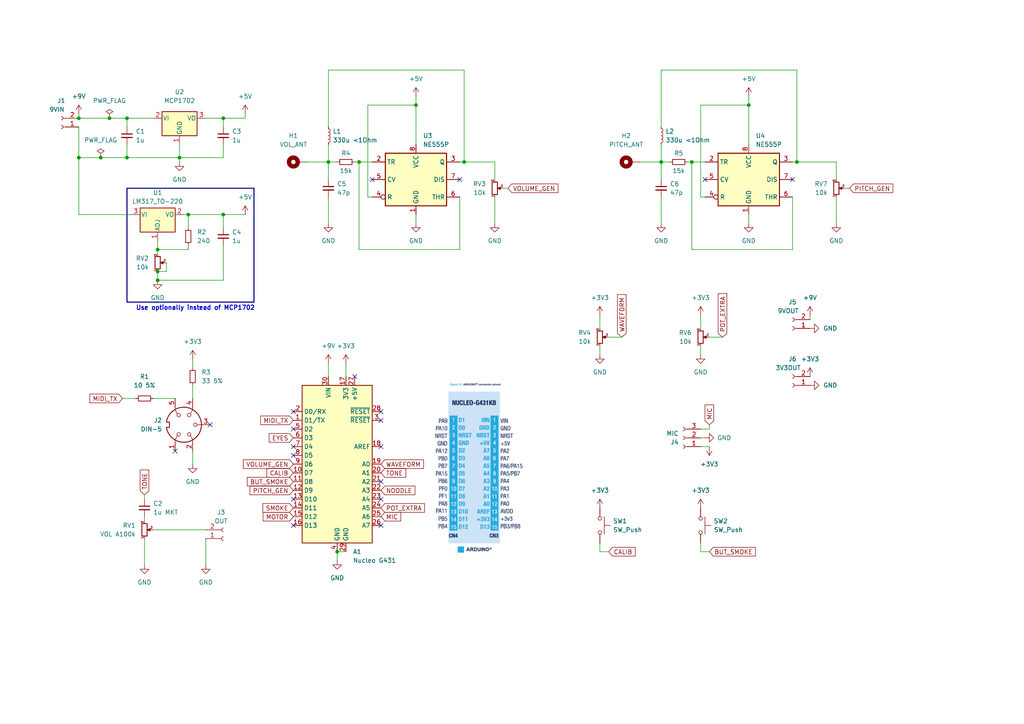
<source format=kicad_sch>
(kicad_sch (version 20211123) (generator eeschema)
  (paper "A4")
  (lib_symbols
    (symbol "Connector:Conn_01x02_Female" (pin_names (offset 1.016) hide)
      (property "Reference" "J" (at 0 2.54 0))
      (property "Value" "Conn_01x02_Female" (at 0 -5.08 0))
      (symbol "Conn_01x02_Female_1_1"
        (arc (start 0 -2.032) (mid -0.508 -2.54) (end 0 -3.048) (stroke (width 0.1524)))
        (polyline (pts (xy -1.27 -2.54) (xy -0.508 -2.54)) (stroke (width 0.1524)))
        (polyline (pts (xy -1.27 0) (xy -0.508 0)) (stroke (width 0.1524)))
        (arc (start 0 0.508) (mid -0.508 0) (end 0 -0.508) (stroke (width 0.1524)))
        (pin passive line (at -5.08 0 0) (length 3.81) (name "Pin_1") (number "1"))
        (pin passive line (at -5.08 -2.54 0) (length 3.81) (name "Pin_2") (number "2"))
      )
    )
    (symbol "Connector:Conn_01x03_Female" (pin_names (offset 1.016) hide)
      (property "Reference" "J" (at 0 5.08 0))
      (property "Value" "Conn_01x03_Female" (at 0 -5.08 0))
      (symbol "Conn_01x03_Female_1_1"
        (arc (start 0 -2.032) (mid -0.508 -2.54) (end 0 -3.048) (stroke (width 0.1524)))
        (polyline (pts (xy -1.27 -2.54) (xy -0.508 -2.54)) (stroke (width 0.1524)))
        (polyline (pts (xy -1.27 0) (xy -0.508 0)) (stroke (width 0.1524)))
        (polyline (pts (xy -1.27 2.54) (xy -0.508 2.54)) (stroke (width 0.1524)))
        (arc (start 0 0.508) (mid -0.508 0) (end 0 -0.508) (stroke (width 0.1524)))
        (arc (start 0 3.048) (mid -0.508 2.54) (end 0 2.032) (stroke (width 0.1524)))
        (pin passive line (at -5.08 2.54 0) (length 3.81) (name "Pin_1") (number "1"))
        (pin passive line (at -5.08 0 0) (length 3.81) (name "Pin_2") (number "2"))
        (pin passive line (at -5.08 -2.54 0) (length 3.81) (name "Pin_3") (number "3"))
      )
    )
    (symbol "Connector:DIN-5" (pin_names (offset 1.016))
      (property "Reference" "J" (at 3.175 5.715 0))
      (property "Value" "DIN-5" (at 0 -6.35 0))
      (symbol "DIN-5_0_1"
        (arc (start -5.08 0) (mid -3.8609 -3.3364) (end -0.762 -5.08) (stroke (width 0.254)))
        (circle (center -2.794 -1.524) (radius 0.508))
        (circle (center -2.794 1.524) (radius 0.508))
        (polyline (pts (xy 0 5.08) (xy 0 3.81)))
        (polyline (pts (xy -5.08 -2.54) (xy -4.318 -2.54) (xy -3.175 -1.905)))
        (polyline (pts (xy -5.08 2.54) (xy -4.318 2.54) (xy -3.175 1.905)))
        (polyline (pts (xy 5.08 -2.54) (xy 4.318 -2.54) (xy 3.175 -1.905)))
        (polyline (pts (xy 5.08 2.54) (xy 4.318 2.54) (xy 3.175 1.905)))
        (polyline (pts (xy -0.762 -4.953) (xy -0.762 -4.191) (xy 0.762 -4.191) (xy 0.762 -4.953)) (stroke (width 0.254)))
        (circle (center 0 3.302) (radius 0.508))
        (arc (start 0.762 -5.08) (mid 3.8685 -3.343) (end 5.08 0) (stroke (width 0.254)))
        (circle (center 2.794 -1.524) (radius 0.508))
        (circle (center 2.794 1.524) (radius 0.508))
        (arc (start 5.08 0) (mid 0 5.08) (end -5.08 0) (stroke (width 0.254)))
      )
      (symbol "DIN-5_1_1"
        (pin passive line (at -7.62 -2.54 0) (length 2.54) (name "~") (number "1"))
        (pin passive line (at -7.62 2.54 0) (length 2.54) (name "~") (number "2"))
        (pin passive line (at 0 7.62 270) (length 2.54) (name "~") (number "3"))
        (pin passive line (at 7.62 2.54 180) (length 2.54) (name "~") (number "4"))
        (pin passive line (at 7.62 -2.54 180) (length 2.54) (name "~") (number "5"))
      )
    )
    (symbol "Device:C_Small" (pin_numbers hide) (pin_names (offset 0.254) hide)
      (property "Reference" "C" (at 0.254 1.778 0))
      (property "Value" "C_Small" (at 0.254 -2.032 0))
      (symbol "C_Small_0_1"
        (polyline (pts (xy -1.524 -0.508) (xy 1.524 -0.508)) (stroke (width 0.3302)))
        (polyline (pts (xy -1.524 0.508) (xy 1.524 0.508)) (stroke (width 0.3048)))
      )
      (symbol "C_Small_1_1"
        (pin passive line (at 0 2.54 270) (length 2.032) (name "~") (number "1"))
        (pin passive line (at 0 -2.54 90) (length 2.032) (name "~") (number "2"))
      )
    )
    (symbol "Device:L_Small" (pin_numbers hide) (pin_names (offset 0.254) hide)
      (property "Reference" "L" (at 0.762 1.016 0))
      (property "Value" "L_Small" (at 0.762 -1.016 0))
      (symbol "L_Small_0_1"
        (arc (start 0 -2.032) (mid 0.508 -1.524) (end 0 -1.016))
        (arc (start 0 -1.016) (mid 0.508 -0.508) (end 0 0))
        (arc (start 0 0) (mid 0.508 0.508) (end 0 1.016))
        (arc (start 0 1.016) (mid 0.508 1.524) (end 0 2.032))
      )
      (symbol "L_Small_1_1"
        (pin passive line (at 0 2.54 270) (length 0.508) (name "~") (number "1"))
        (pin passive line (at 0 -2.54 90) (length 0.508) (name "~") (number "2"))
      )
    )
    (symbol "Device:R_Potentiometer_Small" (pin_names (offset 1.016) hide)
      (property "Reference" "RV" (at -4.445 0 90))
      (property "Value" "R_Potentiometer_Small" (at -2.54 0 90))
      (symbol "R_Potentiometer_Small_0_1"
        (polyline (pts (xy 0.889 0) (xy 0.635 0) (xy 1.651 0.381) (xy 1.651 -0.381) (xy 0.635 0) (xy 0.889 0)) (fill (type outline)))
        (rectangle (start 0.762 1.8034) (end -0.762 -1.8034) (stroke (width 0.254)))
      )
      (symbol "R_Potentiometer_Small_1_1"
        (pin passive line (at 0 2.54 270) (length 0.635) (name "1") (number "1"))
        (pin passive line (at 2.54 0 180) (length 0.9906) (name "2") (number "2"))
        (pin passive line (at 0 -2.54 90) (length 0.635) (name "3") (number "3"))
      )
    )
    (symbol "Device:R_Small" (pin_numbers hide) (pin_names (offset 0.254) hide)
      (property "Reference" "R" (at 0.762 0.508 0))
      (property "Value" "R_Small" (at 0.762 -1.016 0))
      (symbol "R_Small_0_1"
        (rectangle (start -0.762 1.778) (end 0.762 -1.778) (stroke (width 0.2032)))
      )
      (symbol "R_Small_1_1"
        (pin passive line (at 0 2.54 270) (length 0.762) (name "~") (number "1"))
        (pin passive line (at 0 -2.54 90) (length 0.762) (name "~") (number "2"))
      )
    )
    (symbol "MCU_Module:Arduino_Nano_v3.x"
      (property "Reference" "A" (at -10.16 23.495 0))
      (property "Value" "Arduino_Nano_v3.x" (at 5.08 -24.13 0))
      (symbol "Arduino_Nano_v3.x_0_1"
        (rectangle (start -10.16 22.86) (end 10.16 -22.86) (stroke (width 0.254)) (fill (type background)))
      )
      (symbol "Arduino_Nano_v3.x_1_1"
        (pin bidirectional line (at -12.7 12.7 0) (length 2.54) (name "D1/TX") (number "1"))
        (pin bidirectional line (at -12.7 -2.54 0) (length 2.54) (name "D7") (number "10"))
        (pin bidirectional line (at -12.7 -5.08 0) (length 2.54) (name "D8") (number "11"))
        (pin bidirectional line (at -12.7 -7.62 0) (length 2.54) (name "D9") (number "12"))
        (pin bidirectional line (at -12.7 -10.16 0) (length 2.54) (name "D10") (number "13"))
        (pin bidirectional line (at -12.7 -12.7 0) (length 2.54) (name "D11") (number "14"))
        (pin bidirectional line (at -12.7 -15.24 0) (length 2.54) (name "D12") (number "15"))
        (pin bidirectional line (at -12.7 -17.78 0) (length 2.54) (name "D13") (number "16"))
        (pin power_out line (at 2.54 25.4 270) (length 2.54) (name "3V3") (number "17"))
        (pin input line (at 12.7 5.08 180) (length 2.54) (name "AREF") (number "18"))
        (pin bidirectional line (at 12.7 0 180) (length 2.54) (name "A0") (number "19"))
        (pin bidirectional line (at -12.7 15.24 0) (length 2.54) (name "D0/RX") (number "2"))
        (pin bidirectional line (at 12.7 -2.54 180) (length 2.54) (name "A1") (number "20"))
        (pin bidirectional line (at 12.7 -5.08 180) (length 2.54) (name "A2") (number "21"))
        (pin bidirectional line (at 12.7 -7.62 180) (length 2.54) (name "A3") (number "22"))
        (pin bidirectional line (at 12.7 -10.16 180) (length 2.54) (name "A4") (number "23"))
        (pin bidirectional line (at 12.7 -12.7 180) (length 2.54) (name "A5") (number "24"))
        (pin bidirectional line (at 12.7 -15.24 180) (length 2.54) (name "A6") (number "25"))
        (pin bidirectional line (at 12.7 -17.78 180) (length 2.54) (name "A7") (number "26"))
        (pin power_out line (at 5.08 25.4 270) (length 2.54) (name "+5V") (number "27"))
        (pin input line (at 12.7 15.24 180) (length 2.54) (name "~{RESET}") (number "28"))
        (pin power_in line (at 2.54 -25.4 90) (length 2.54) (name "GND") (number "29"))
        (pin input line (at 12.7 12.7 180) (length 2.54) (name "~{RESET}") (number "3"))
        (pin power_in line (at -2.54 25.4 270) (length 2.54) (name "VIN") (number "30"))
        (pin power_in line (at 0 -25.4 90) (length 2.54) (name "GND") (number "4"))
        (pin bidirectional line (at -12.7 10.16 0) (length 2.54) (name "D2") (number "5"))
        (pin bidirectional line (at -12.7 7.62 0) (length 2.54) (name "D3") (number "6"))
        (pin bidirectional line (at -12.7 5.08 0) (length 2.54) (name "D4") (number "7"))
        (pin bidirectional line (at -12.7 2.54 0) (length 2.54) (name "D5") (number "8"))
        (pin bidirectional line (at -12.7 0 0) (length 2.54) (name "D6") (number "9"))
      )
    )
    (symbol "Mechanical:MountingHole_Pad" (pin_numbers hide) (pin_names (offset 1.016) hide)
      (property "Reference" "H" (at 0 6.35 0))
      (property "Value" "MountingHole_Pad" (at 0 4.445 0))
      (symbol "MountingHole_Pad_0_1"
        (circle (center 0 1.27) (radius 1.27) (stroke (width 1.27)))
      )
      (symbol "MountingHole_Pad_1_1"
        (pin input line (at 0 -2.54 90) (length 2.54) (name "1") (number "1"))
      )
    )
    (symbol "Regulator_Linear:LM317_TO-220" (pin_names (offset 0.254))
      (property "Reference" "U" (at -3.81 3.175 0))
      (property "Value" "LM317_TO-220" (at 0 3.175 0))
      (symbol "LM317_TO-220_0_1"
        (rectangle (start -5.08 1.905) (end 5.08 -5.08) (stroke (width 0.254)) (fill (type background)))
      )
      (symbol "LM317_TO-220_1_1"
        (pin input line (at 0 -7.62 90) (length 2.54) (name "ADJ") (number "1"))
        (pin power_out line (at 7.62 0 180) (length 2.54) (name "VO") (number "2"))
        (pin power_in line (at -7.62 0 0) (length 2.54) (name "VI") (number "3"))
      )
    )
    (symbol "Regulator_Linear:LM79L12_TO92" (pin_names (offset 0.254))
      (property "Reference" "U" (at -3.81 -3.175 0))
      (property "Value" "LM79L12_TO92" (at 0 -3.175 0))
      (symbol "LM79L12_TO92_0_1"
        (rectangle (start -5.08 5.08) (end 5.08 -1.905) (stroke (width 0.254)) (fill (type background)))
      )
      (symbol "LM79L12_TO92_1_1"
        (pin power_in line (at 0 7.62 270) (length 2.54) (name "GND") (number "1"))
        (pin power_in line (at -7.62 0 0) (length 2.54) (name "VI") (number "2"))
        (pin power_out line (at 7.62 0 180) (length 2.54) (name "VO") (number "3"))
      )
    )
    (symbol "Switch:SW_Push" (pin_numbers hide) (pin_names (offset 1.016) hide)
      (property "Reference" "SW" (at 1.27 2.54 0))
      (property "Value" "SW_Push" (at 0 -1.524 0))
      (symbol "SW_Push_0_1"
        (circle (center -2.032 0) (radius 0.508))
        (polyline (pts (xy 0 1.27) (xy 0 3.048)))
        (polyline (pts (xy 2.54 1.27) (xy -2.54 1.27)))
        (circle (center 2.032 0) (radius 0.508))
        (pin passive line (at -5.08 0 0) (length 2.54) (name "1") (number "1"))
        (pin passive line (at 5.08 0 180) (length 2.54) (name "2") (number "2"))
      )
    )
    (symbol "Timer:NE555P"
      (property "Reference" "U" (at -10.16 8.89 0))
      (property "Value" "NE555P" (at 2.54 8.89 0))
      (symbol "NE555P_0_0"
        (pin power_in line (at 0 -10.16 90) (length 2.54) (name "GND") (number "1"))
        (pin power_in line (at 0 10.16 270) (length 2.54) (name "VCC") (number "8"))
      )
      (symbol "NE555P_0_1"
        (rectangle (start -8.89 -7.62) (end 8.89 7.62) (stroke (width 0.254)) (fill (type background)))
        (rectangle (start -8.89 -7.62) (end 8.89 7.62) (stroke (width 0.254)) (fill (type background)))
      )
      (symbol "NE555P_1_1"
        (pin input line (at -12.7 5.08 0) (length 3.81) (name "TR") (number "2"))
        (pin output line (at 12.7 5.08 180) (length 3.81) (name "Q") (number "3"))
        (pin input inverted (at -12.7 -5.08 0) (length 3.81) (name "R") (number "4"))
        (pin input line (at -12.7 0 0) (length 3.81) (name "CV") (number "5"))
        (pin input line (at 12.7 -5.08 180) (length 3.81) (name "THR") (number "6"))
        (pin input line (at 12.7 0 180) (length 3.81) (name "DIS") (number "7"))
      )
    )
    (symbol "power:+3V3" (power) (pin_names (offset 0))
      (property "Value" "+3V3" (at 0 3.556 0))
      (symbol "+3V3_0_1"
        (polyline (pts (xy -0.762 1.27) (xy 0 2.54)))
        (polyline (pts (xy 0 0) (xy 0 2.54)))
        (polyline (pts (xy 0 2.54) (xy 0.762 1.27)))
      )
      (symbol "+3V3_1_1"
        (pin power_in line (at 0 0 90) (length 0) hide (name "+3V3") (number "1"))
      )
    )
    (symbol "power:+5V" (power) (pin_names (offset 0))
      (property "Value" "+5V" (at 0 3.556 0))
      (symbol "+5V_0_1"
        (polyline (pts (xy -0.762 1.27) (xy 0 2.54)))
        (polyline (pts (xy 0 0) (xy 0 2.54)))
        (polyline (pts (xy 0 2.54) (xy 0.762 1.27)))
      )
      (symbol "+5V_1_1"
        (pin power_in line (at 0 0 90) (length 0) hide (name "+5V") (number "1"))
      )
    )
    (symbol "power:+9V" (power) (pin_names (offset 0))
      (property "Value" "+9V" (at 0 3.556 0))
      (symbol "+9V_0_1"
        (polyline (pts (xy -0.762 1.27) (xy 0 2.54)))
        (polyline (pts (xy 0 0) (xy 0 2.54)))
        (polyline (pts (xy 0 2.54) (xy 0.762 1.27)))
      )
      (symbol "+9V_1_1"
        (pin power_in line (at 0 0 90) (length 0) hide (name "+9V") (number "1"))
      )
    )
    (symbol "power:GND" (power) (pin_names (offset 0))
      (property "Value" "GND" (at 0 -3.81 0))
      (symbol "GND_0_1"
        (polyline (pts (xy 0 0) (xy 0 -1.27) (xy 1.27 -1.27) (xy 0 -2.54) (xy -1.27 -1.27) (xy 0 -1.27)))
      )
      (symbol "GND_1_1"
        (pin power_in line (at 0 0 270) (length 0) hide (name "GND") (number "1"))
      )
    )
    (symbol "power:PWR_FLAG" (power) (pin_numbers hide) (pin_names (offset 0) hide)
      (property "Value" "PWR_FLAG" (at 0 3.81 0))
      (symbol "PWR_FLAG_0_0"
        (pin power_out line (at 0 0 90) (length 0) (name "pwr") (number "1"))
      )
      (symbol "PWR_FLAG_0_1"
        (polyline (pts (xy 0 0) (xy 0 1.27) (xy -1.016 1.905) (xy 0 2.54) (xy 1.016 1.905) (xy 0 1.27)))
      )
    )
  )
  (junction (at 45.72 72.39))
  (junction (at 29.21 45.72))
  (junction (at 22.86 45.72))
  (junction (at 217.17 30.48))
  (junction (at 45.72 78.74))
  (junction (at 36.83 34.29))
  (junction (at 22.86 34.29))
  (junction (at 231.14 46.99))
  (junction (at 104.14 46.99))
  (junction (at 64.77 62.23))
  (junction (at 120.65 30.48))
  (junction (at 95.25 46.99))
  (junction (at 191.77 46.99))
  (junction (at 36.83 45.72))
  (junction (at 54.61 62.23))
  (junction (at 134.62 46.99))
  (junction (at 31.75 34.29))
  (junction (at 64.77 34.29))
  (junction (at 45.72 81.28))
  (junction (at 52.07 45.72))
  (junction (at 200.66 46.99))
  (junction (at 97.79 160.02))
  (no_connect (at 110.49 129.54))
  (no_connect (at 85.09 144.78))
  (no_connect (at 110.49 152.4))
  (no_connect (at 102.87 109.22))
  (no_connect (at 85.09 129.54))
  (no_connect (at 110.49 119.38))
  (no_connect (at 85.09 119.38))
  (no_connect (at 107.95 52.07))
  (no_connect (at 60.96 123.19))
  (no_connect (at 204.47 52.07))
  (no_connect (at 85.09 132.08))
  (no_connect (at 133.35 52.07))
  (no_connect (at 85.09 124.46))
  (no_connect (at 110.49 139.7))
  (no_connect (at 85.09 152.4))
  (no_connect (at 110.49 121.92))
  (no_connect (at 229.87 52.07))
  (no_connect (at 110.49 144.78))
  (no_connect (at 50.8 130.81))
  (wire (pts (xy 36.83 34.29) (xy 44.45 34.29)))
  (wire (pts (xy 242.57 46.99) (xy 242.57 52.07)))
  (wire (pts (xy 143.51 57.15) (xy 143.51 64.77)))
  (wire (pts (xy 231.14 46.99) (xy 242.57 46.99)))
  (wire (pts (xy 217.17 27.94) (xy 217.17 30.48)))
  (wire (pts (xy 59.69 156.21) (xy 59.69 163.83)))
  (wire (pts (xy 180.34 97.79) (xy 176.53 97.79)))
  (wire (pts (xy 64.77 45.72) (xy 52.07 45.72)))
  (wire (pts (xy 41.91 156.21) (xy 41.91 163.83)))
  (wire (pts (xy 36.83 45.72) (xy 52.07 45.72)))
  (wire (pts (xy 209.55 97.79) (xy 205.74 97.79)))
  (wire (pts (xy 191.77 36.83) (xy 191.77 20.32)))
  (wire (pts (xy 229.87 72.39) (xy 200.66 72.39)))
  (wire (pts (xy 45.72 78.74) (xy 48.26 78.74)))
  (wire (pts (xy 95.25 20.32) (xy 134.62 20.32)))
  (wire (pts (xy 200.66 46.99) (xy 204.47 46.99)))
  (wire (pts (xy 64.77 62.23) (xy 71.12 62.23)))
  (wire (pts (xy 95.25 46.99) (xy 95.25 52.07)))
  (wire (pts (xy 231.14 20.32) (xy 231.14 46.99)))
  (wire (pts (xy 55.88 104.14) (xy 55.88 106.68)))
  (wire (pts (xy 53.34 62.23) (xy 54.61 62.23)))
  (wire (pts (xy 229.87 57.15) (xy 229.87 72.39)))
  (wire (pts (xy 203.2 160.02) (xy 205.74 160.02)))
  (wire (pts (xy 203.2 157.48) (xy 203.2 160.02)))
  (wire (pts (xy 97.79 160.02) (xy 100.33 160.02)))
  (wire (pts (xy 45.72 72.39) (xy 45.72 73.66)))
  (wire (pts (xy 106.68 30.48) (xy 120.65 30.48)))
  (wire (pts (xy 173.99 100.33) (xy 173.99 102.87)))
  (wire (pts (xy 22.86 62.23) (xy 38.1 62.23)))
  (wire (pts (xy 203.2 100.33) (xy 203.2 102.87)))
  (bus (pts (xy 73.66 54.61) (xy 73.66 87.63)))
  (wire (pts (xy 242.57 57.15) (xy 242.57 64.77)))
  (wire (pts (xy 246.38 54.61) (xy 245.11 54.61)))
  (wire (pts (xy 55.88 134.62) (xy 55.88 130.81)))
  (wire (pts (xy 120.65 30.48) (xy 120.65 41.91)))
  (wire (pts (xy 147.32 54.61) (xy 146.05 54.61)))
  (wire (pts (xy 106.68 57.15) (xy 107.95 57.15)))
  (wire (pts (xy 64.77 62.23) (xy 54.61 62.23)))
  (wire (pts (xy 204.47 127) (xy 203.2 127)))
  (wire (pts (xy 52.07 45.72) (xy 52.07 46.99)))
  (wire (pts (xy 133.35 72.39) (xy 104.14 72.39)))
  (wire (pts (xy 54.61 71.12) (xy 54.61 72.39)))
  (wire (pts (xy 104.14 72.39) (xy 104.14 46.99)))
  (wire (pts (xy 22.86 36.83) (xy 22.86 45.72)))
  (wire (pts (xy 88.9 46.99) (xy 95.25 46.99)))
  (wire (pts (xy 203.2 124.46) (xy 205.74 124.46)))
  (wire (pts (xy 205.74 129.54) (xy 203.2 129.54)))
  (wire (pts (xy 48.26 78.74) (xy 48.26 76.2)))
  (bus (pts (xy 73.66 87.63) (xy 36.83 87.63)))
  (wire (pts (xy 134.62 20.32) (xy 134.62 46.99)))
  (wire (pts (xy 41.91 143.51) (xy 41.91 144.78)))
  (wire (pts (xy 54.61 72.39) (xy 45.72 72.39)))
  (wire (pts (xy 95.25 41.91) (xy 95.25 46.99)))
  (wire (pts (xy 45.72 69.85) (xy 45.72 72.39)))
  (wire (pts (xy 29.21 45.72) (xy 36.83 45.72)))
  (wire (pts (xy 44.45 153.67) (xy 59.69 153.67)))
  (wire (pts (xy 95.25 57.15) (xy 95.25 64.77)))
  (wire (pts (xy 22.86 45.72) (xy 29.21 45.72)))
  (wire (pts (xy 64.77 41.91) (xy 64.77 45.72)))
  (wire (pts (xy 231.14 46.99) (xy 229.87 46.99)))
  (wire (pts (xy 95.25 105.41) (xy 95.25 109.22)))
  (wire (pts (xy 203.2 91.44) (xy 203.2 95.25)))
  (wire (pts (xy 199.39 46.99) (xy 200.66 46.99)))
  (bus (pts (xy 36.83 54.61) (xy 36.83 87.63)))
  (wire (pts (xy 45.72 81.28) (xy 45.72 78.74)))
  (wire (pts (xy 120.65 64.77) (xy 120.65 62.23)))
  (bus (pts (xy 36.83 54.61) (xy 73.66 54.61)))
  (wire (pts (xy 143.51 46.99) (xy 143.51 52.07)))
  (wire (pts (xy 205.74 124.46) (xy 205.74 123.19)))
  (wire (pts (xy 95.25 36.83) (xy 95.25 20.32)))
  (wire (pts (xy 59.69 34.29) (xy 64.77 34.29)))
  (wire (pts (xy 64.77 81.28) (xy 45.72 81.28)))
  (wire (pts (xy 44.45 115.57) (xy 50.8 115.57)))
  (wire (pts (xy 35.56 115.57) (xy 39.37 115.57)))
  (wire (pts (xy 191.77 41.91) (xy 191.77 46.99)))
  (wire (pts (xy 217.17 30.48) (xy 217.17 41.91)))
  (wire (pts (xy 52.07 41.91) (xy 52.07 45.72)))
  (wire (pts (xy 71.12 34.29) (xy 64.77 34.29)))
  (wire (pts (xy 102.87 46.99) (xy 104.14 46.99)))
  (wire (pts (xy 36.83 36.83) (xy 36.83 34.29)))
  (wire (pts (xy 185.42 46.99) (xy 191.77 46.99)))
  (wire (pts (xy 54.61 62.23) (xy 54.61 66.04)))
  (wire (pts (xy 191.77 46.99) (xy 194.31 46.99)))
  (wire (pts (xy 64.77 36.83) (xy 64.77 34.29)))
  (wire (pts (xy 64.77 66.04) (xy 64.77 62.23)))
  (wire (pts (xy 22.86 45.72) (xy 22.86 62.23)))
  (wire (pts (xy 100.33 105.41) (xy 100.33 109.22)))
  (wire (pts (xy 31.75 34.29) (xy 36.83 34.29)))
  (wire (pts (xy 173.99 91.44) (xy 173.99 95.25)))
  (wire (pts (xy 176.53 160.02) (xy 173.99 160.02)))
  (wire (pts (xy 234.95 91.44) (xy 234.95 92.71)))
  (wire (pts (xy 106.68 30.48) (xy 106.68 57.15)))
  (wire (pts (xy 203.2 30.48) (xy 217.17 30.48)))
  (wire (pts (xy 41.91 149.86) (xy 41.91 151.13)))
  (wire (pts (xy 191.77 57.15) (xy 191.77 64.77)))
  (wire (pts (xy 133.35 57.15) (xy 133.35 72.39)))
  (wire (pts (xy 191.77 46.99) (xy 191.77 52.07)))
  (wire (pts (xy 97.79 160.02) (xy 97.79 162.56)))
  (wire (pts (xy 71.12 33.02) (xy 71.12 34.29)))
  (wire (pts (xy 203.2 57.15) (xy 204.47 57.15)))
  (wire (pts (xy 134.62 46.99) (xy 143.51 46.99)))
  (wire (pts (xy 200.66 72.39) (xy 200.66 46.99)))
  (wire (pts (xy 120.65 27.94) (xy 120.65 30.48)))
  (wire (pts (xy 217.17 64.77) (xy 217.17 62.23)))
  (wire (pts (xy 173.99 160.02) (xy 173.99 157.48)))
  (wire (pts (xy 134.62 46.99) (xy 133.35 46.99)))
  (wire (pts (xy 203.2 30.48) (xy 203.2 57.15)))
  (wire (pts (xy 55.88 111.76) (xy 55.88 115.57)))
  (wire (pts (xy 22.86 33.02) (xy 22.86 34.29)))
  (wire (pts (xy 191.77 20.32) (xy 231.14 20.32)))
  (wire (pts (xy 36.83 41.91) (xy 36.83 45.72)))
  (wire (pts (xy 95.25 46.99) (xy 97.79 46.99)))
  (wire (pts (xy 64.77 71.12) (xy 64.77 81.28)))
  (wire (pts (xy 104.14 46.99) (xy 107.95 46.99)))
  (wire (pts (xy 22.86 34.29) (xy 31.75 34.29)))
  (image (at 138.43 135.89) (scale 0.780521))
  (text "Use optionally instead of MCP1702" (at 39.37 90.17 0) (effects (font (size 1.27 1.27) (thickness 0.254) bold) (justify left bottom)))
  (global_label "CALIB" (shape input) (at 176.53 160.02 0) (property "Intersheet References" "${INTERSHEET_REFS}" (effects hide)))
  (global_label "NOODLE" (shape input) (at 110.49 142.24 0) (property "Intersheet References" "${INTERSHEET_REFS}" (effects hide)))
  (global_label "POT_EXTRA" (shape input) (at 209.55 97.79 90) (property "Intersheet References" "${INTERSHEET_REFS}" (effects hide)))
  (global_label "MOTOR" (shape input) (at 85.09 149.86 180) (property "Intersheet References" "${INTERSHEET_REFS}" (effects hide)))
  (global_label "BUT_SMOKE" (shape input) (at 85.09 139.7 180) (property "Intersheet References" "${INTERSHEET_REFS}" (effects hide)))
  (global_label "MIDI_TX" (shape input) (at 35.56 115.57 180) (property "Intersheet References" "${INTERSHEET_REFS}" (effects hide)))
  (global_label "PITCH_GEN" (shape input) (at 246.38 54.61 0) (property "Intersheet References" "${INTERSHEET_REFS}" (effects hide)))
  (global_label "TONE" (shape input) (at 41.91 143.51 90) (property "Intersheet References" "${INTERSHEET_REFS}" (effects hide)))
  (global_label "VOLUME_GEN" (shape input) (at 147.32 54.61 0) (property "Intersheet References" "${INTERSHEET_REFS}" (effects hide)))
  (global_label "MIC" (shape input) (at 205.74 123.19 90) (property "Intersheet References" "${INTERSHEET_REFS}" (effects hide)))
  (global_label "PITCH_GEN" (shape input) (at 85.09 142.24 180) (property "Intersheet References" "${INTERSHEET_REFS}" (effects hide)))
  (global_label "TONE" (shape input) (at 110.49 137.16 0) (property "Intersheet References" "${INTERSHEET_REFS}" (effects hide)))
  (global_label "WAVEFORM" (shape input) (at 180.34 97.79 90) (property "Intersheet References" "${INTERSHEET_REFS}" (effects hide)))
  (global_label "VOLUME_GEN" (shape input) (at 85.09 134.62 180) (property "Intersheet References" "${INTERSHEET_REFS}" (effects hide)))
  (global_label "POT_EXTRA" (shape input) (at 110.49 147.32 0) (property "Intersheet References" "${INTERSHEET_REFS}" (effects hide)))
  (global_label "EYES" (shape input) (at 85.09 127 180) (property "Intersheet References" "${INTERSHEET_REFS}" (effects hide)))
  (global_label "BUT_SMOKE" (shape input) (at 205.74 160.02 0) (property "Intersheet References" "${INTERSHEET_REFS}" (effects hide)))
  (global_label "SMOKE" (shape input) (at 85.09 147.32 180) (property "Intersheet References" "${INTERSHEET_REFS}" (effects hide)))
  (global_label "CALIB" (shape input) (at 85.09 137.16 180) (property "Intersheet References" "${INTERSHEET_REFS}" (effects hide)))
  (global_label "WAVEFORM" (shape input) (at 110.49 134.62 0) (property "Intersheet References" "${INTERSHEET_REFS}" (effects hide)))
  (global_label "MIDI_TX" (shape input) (at 85.09 121.92 180) (property "Intersheet References" "${INTERSHEET_REFS}" (effects hide)))
  (global_label "MIC" (shape input) (at 110.49 149.86 0) (property "Intersheet References" "${INTERSHEET_REFS}" (effects hide)))
  (symbol (lib_id "power:GND") (at 95.25 64.77 0) (unit 1)
    (property "Reference" "#PWR0127" (effects hide))
    (property "Value" "GND" (at 95.25 69.85 0))
  )
  (symbol (lib_id "Device:C_Small") (at 41.91 147.32 0) (unit 1)
    (property "Reference" "C2" (at 44.45 146.0562 0) (effects (justify left)))
    (property "Value" "1u MKT" (at 44.45 148.5962 0) (effects (justify left)))
    (property "Footprint" "Capacitor_THT:C_Rect_L7.0mm_W4.5mm_P5.00mm" (effects hide))
  )
  (symbol (lib_id "Connector:Conn_01x03_Female") (at 198.12 127 180) (unit 1)
    (property "Reference" "J4" (at 196.85 128.2701 0) (effects (justify left)))
    (property "Value" "MIC" (at 196.85 125.7301 0) (effects (justify left)))
    (property "Footprint" "Connector_JST:JST_PH_B3B-PH-K_1x03_P2.00mm_Vertical" (effects hide))
  )
  (symbol (lib_id "power:GND") (at 234.95 111.76 90) (unit 1)
    (property "Reference" "#PWR0123" (effects hide))
    (property "Value" "GND" (at 238.76 111.7599 90) (effects (justify right)))
  )
  (symbol (lib_id "Device:R_Small") (at 196.85 46.99 90) (unit 1)
    (property "Reference" "R5" (at 196.85 44.45 90))
    (property "Value" "15k" (at 196.85 49.53 90))
    (property "Footprint" "Resistor_THT:R_Axial_DIN0207_L6.3mm_D2.5mm_P10.16mm_Horizontal" (effects hide))
  )
  (symbol (lib_id "power:PWR_FLAG") (at 29.21 45.72 0) (unit 1)
    (property "Reference" "#FLG0103" (effects hide))
    (property "Value" "PWR_FLAG" (at 29.21 40.64 0))
  )
  (symbol (lib_id "Connector:Conn_01x02_Female") (at 17.78 36.83 180) (unit 1)
    (property "Reference" "J1" (at 17.78 29.21 0))
    (property "Value" "9VIN" (at 16.51 31.75 0))
    (property "Footprint" "Connector_JST:JST_PH_B2B-PH-K_1x02_P2.00mm_Vertical" (effects hide))
  )
  (symbol (lib_id "power:GND") (at 52.07 46.99 0) (unit 1)
    (property "Reference" "#PWR0103" (effects hide))
    (property "Value" "GND" (at 52.07 52.07 0))
  )
  (symbol (lib_id "Switch:SW_Push") (at 173.99 152.4 270) (unit 1)
    (property "Reference" "SW1" (at 177.8 151.1299 90) (effects (justify left)))
    (property "Value" "SW_Push" (at 177.8 153.6699 90) (effects (justify left)))
    (property "Footprint" "Connector_JST:JST_PH_B2B-PH-K_1x02_P2.00mm_Vertical" (effects hide))
  )
  (symbol (lib_id "power:GND") (at 234.95 95.25 90) (unit 1)
    (property "Reference" "#PWR0115" (effects hide))
    (property "Value" "GND" (at 238.76 95.2499 90) (effects (justify right)))
  )
  (symbol (lib_id "Device:R_Potentiometer_Small") (at 143.51 54.61 0) (mirror x) (unit 1)
    (property "Reference" "RV3" (at 140.97 53.3399 0) (effects (justify right)))
    (property "Value" "10k" (at 140.97 55.8799 0) (effects (justify right)))
    (property "Footprint" "Potentiometer_THT:Potentiometer_Bourns_3299W_Vertical" (effects hide))
  )
  (symbol (lib_id "Device:L_Small") (at 191.77 39.37 0) (unit 1)
    (property "Reference" "L2" (at 193.04 38.0999 0) (effects (justify left)))
    (property "Value" "330u <1Ohm" (at 193.04 40.6399 0) (effects (justify left)))
    (property "Footprint" "Inductor_THT:L_Radial_D7.5mm_P5.00mm_Fastron_07P" (effects hide))
  )
  (symbol (lib_id "power:+5V") (at 71.12 33.02 0) (unit 1)
    (property "Reference" "#PWR0101" (effects hide))
    (property "Value" "+5V" (at 71.12 27.94 0))
  )
  (symbol (lib_id "Device:L_Small") (at 95.25 39.37 0) (unit 1)
    (property "Reference" "L1" (at 96.52 38.0999 0) (effects (justify left)))
    (property "Value" "330u <1Ohm" (at 96.52 40.6399 0) (effects (justify left)))
    (property "Footprint" "Inductor_THT:L_Radial_D7.5mm_P5.00mm_Fastron_07P" (effects hide))
  )
  (symbol (lib_id "Device:R_Small") (at 41.91 115.57 90) (unit 1)
    (property "Reference" "R1" (at 41.91 109.22 90))
    (property "Value" "10 5%" (at 41.91 111.76 90))
    (property "Footprint" "Resistor_THT:R_Axial_DIN0207_L6.3mm_D2.5mm_P10.16mm_Horizontal" (effects hide))
  )
  (symbol (lib_id "Device:C_Small") (at 64.77 68.58 0) (unit 1)
    (property "Reference" "C4" (at 67.31 67.3162 0) (effects (justify left)))
    (property "Value" "1u" (at 67.31 69.8562 0) (effects (justify left)))
    (property "Footprint" "Capacitor_THT:C_Rect_L7.0mm_W4.5mm_P5.00mm" (effects hide))
  )
  (symbol (lib_id "Connector:Conn_01x02_Female") (at 64.77 156.21 0) (mirror x) (unit 1)
    (property "Reference" "J3" (at 64.135 148.59 0))
    (property "Value" "OUT" (at 64.135 151.13 0))
    (property "Footprint" "Connector_JST:JST_PH_B2B-PH-K_1x02_P2.00mm_Vertical" (effects hide))
  )
  (symbol (lib_id "power:+3V3") (at 203.2 91.44 0) (unit 1)
    (property "Reference" "#PWR0119" (effects hide))
    (property "Value" "+3V3" (at 203.2 86.36 0))
  )
  (symbol (lib_id "power:+5V") (at 120.65 27.94 0) (unit 1)
    (property "Reference" "#PWR0128" (effects hide))
    (property "Value" "+5V" (at 120.65 22.86 0))
  )
  (symbol (lib_id "Timer:NE555P") (at 120.65 52.07 0) (unit 1)
    (property "Reference" "U3" (at 122.6694 39.37 0) (effects (justify left)))
    (property "Value" "NE555P" (at 122.6694 41.91 0) (effects (justify left)))
    (property "Footprint" "Package_DIP:DIP-8_W7.62mm" (effects hide))
    (property "Datasheet" "http://www.ti.com/lit/ds/symlink/ne555.pdf" (effects hide))
  )
  (symbol (lib_id "Device:R_Small") (at 100.33 46.99 90) (unit 1)
    (property "Reference" "R4" (at 100.33 44.45 90))
    (property "Value" "15k" (at 100.33 49.53 90))
    (property "Footprint" "Resistor_THT:R_Axial_DIN0207_L6.3mm_D2.5mm_P10.16mm_Horizontal" (effects hide))
  )
  (symbol (lib_id "power:+3V3") (at 203.2 147.32 0) (unit 1)
    (property "Reference" "#PWR0122" (effects hide))
    (property "Value" "+3V3" (at 203.2 142.24 0))
  )
  (symbol (lib_id "power:+3V3") (at 205.74 129.54 180) (unit 1)
    (property "Reference" "#PWR0120" (effects hide))
    (property "Value" "+3V3" (at 205.74 134.62 0))
  )
  (symbol (lib_id "power:+5V") (at 71.12 62.23 0) (unit 1)
    (property "Reference" "#PWR0109" (effects hide))
    (property "Value" "+5V" (at 71.12 57.15 0))
  )
  (symbol (lib_id "power:GND") (at 59.69 163.83 0) (unit 1)
    (property "Reference" "#PWR0131" (effects hide))
    (property "Value" "GND" (at 59.69 168.91 0))
  )
  (symbol (lib_id "MCU_Module:Arduino_Nano_v3.x") (at 97.79 134.62 0) (unit 1)
    (property "Reference" "A1" (at 102.3494 160.02 0) (effects (justify left)))
    (property "Value" "Nucleo G431" (at 102.3494 162.56 0) (effects (justify left)))
    (property "Footprint" "Module:Arduino_Nano" (effects hide))
    (property "Datasheet" "http://www.mouser.com/pdfdocs/Gravitech_Arduino_Nano3_0.pdf" (effects hide))
  )
  (symbol (lib_id "power:GND") (at 97.79 162.56 0) (unit 1)
    (property "Reference" "#PWR0110" (effects hide))
    (property "Value" "GND" (at 97.79 167.64 0))
  )
  (symbol (lib_id "power:GND") (at 41.91 163.83 0) (unit 1)
    (property "Reference" "#PWR0132" (effects hide))
    (property "Value" "GND" (at 41.91 168.91 0))
  )
  (symbol (lib_id "Connector:Conn_01x02_Female") (at 229.87 111.76 180) (unit 1)
    (property "Reference" "J6" (at 229.87 104.14 0))
    (property "Value" "3V3OUT" (at 228.6 106.68 0))
    (property "Footprint" "Connector_JST:JST_PH_B2B-PH-K_1x02_P2.00mm_Vertical" (effects hide))
  )
  (symbol (lib_id "Device:R_Potentiometer_Small") (at 45.72 76.2 0) (mirror x) (unit 1)
    (property "Reference" "RV2" (at 43.18 74.9299 0) (effects (justify right)))
    (property "Value" "10k" (at 43.18 77.4699 0) (effects (justify right)))
    (property "Footprint" "Potentiometer_THT:Potentiometer_Bourns_3299W_Vertical" (effects hide))
  )
  (symbol (lib_id "power:GND") (at 203.2 102.87 0) (unit 1)
    (property "Reference" "#PWR0118" (effects hide))
    (property "Value" "GND" (at 203.2 107.95 0))
  )
  (symbol (lib_id "power:+3V3") (at 55.88 104.14 0) (unit 1)
    (property "Reference" "#PWR0133" (effects hide))
    (property "Value" "+3V3" (at 55.88 99.06 0))
  )
  (symbol (lib_id "power:GND") (at 191.77 64.77 0) (unit 1)
    (property "Reference" "#PWR0105" (effects hide))
    (property "Value" "GND" (at 191.77 69.85 0))
  )
  (symbol (lib_id "Timer:NE555P") (at 217.17 52.07 0) (unit 1)
    (property "Reference" "U4" (at 219.1894 39.37 0) (effects (justify left)))
    (property "Value" "NE555P" (at 219.1894 41.91 0) (effects (justify left)))
    (property "Footprint" "Package_DIP:DIP-8_W7.62mm" (effects hide))
    (property "Datasheet" "http://www.ti.com/lit/ds/symlink/ne555.pdf" (effects hide))
  )
  (symbol (lib_id "power:GND") (at 55.88 134.62 0) (unit 1)
    (property "Reference" "#PWR0134" (effects hide))
    (property "Value" "GND" (at 55.88 139.7 0))
  )
  (symbol (lib_id "Device:R_Small") (at 55.88 109.22 0) (unit 1)
    (property "Reference" "R3" (at 58.42 107.9499 0) (effects (justify left)))
    (property "Value" "33 5%" (at 58.42 110.4899 0) (effects (justify left)))
    (property "Footprint" "Resistor_THT:R_Axial_DIN0207_L6.3mm_D2.5mm_P10.16mm_Horizontal" (effects hide))
  )
  (symbol (lib_id "Connector:Conn_01x02_Female") (at 229.87 95.25 180) (unit 1)
    (property "Reference" "J5" (at 229.87 87.63 0))
    (property "Value" "9VOUT" (at 228.6 90.17 0))
    (property "Footprint" "Connector_JST:JST_PH_B2B-PH-K_1x02_P2.00mm_Vertical" (effects hide))
  )
  (symbol (lib_id "Device:R_Potentiometer_Small") (at 41.91 153.67 0) (mirror x) (unit 1)
    (property "Reference" "RV1" (at 39.37 152.3999 0) (effects (justify right)))
    (property "Value" "VOL A100k" (at 39.37 154.9399 0) (effects (justify right)))
    (property "Footprint" "Connector_JST:JST_PH_B3B-PH-K_1x03_P2.00mm_Vertical" (effects hide))
  )
  (symbol (lib_id "Mechanical:MountingHole_Pad") (at 182.88 46.99 90) (unit 1)
    (property "Reference" "H2" (at 181.61 39.37 90))
    (property "Value" "PITCH_ANT" (at 181.61 41.91 90))
    (property "Footprint" "Connector_Pin:Pin_D1.0mm_L10.0mm" (effects hide))
  )
  (symbol (lib_id "power:GND") (at 143.51 64.77 0) (unit 1)
    (property "Reference" "#PWR0130" (effects hide))
    (property "Value" "GND" (at 143.51 69.85 0))
  )
  (symbol (lib_id "Device:C_Small") (at 95.25 54.61 0) (unit 1)
    (property "Reference" "C5" (at 97.79 53.3462 0) (effects (justify left)))
    (property "Value" "47p" (at 97.79 55.8862 0) (effects (justify left)))
    (property "Footprint" "Capacitor_THT:C_Disc_D3.0mm_W1.6mm_P2.50mm" (effects hide))
  )
  (symbol (lib_id "power:+5V") (at 217.17 27.94 0) (unit 1)
    (property "Reference" "#PWR0106" (effects hide))
    (property "Value" "+5V" (at 217.17 22.86 0))
  )
  (symbol (lib_id "Device:C_Small") (at 36.83 39.37 0) (unit 1)
    (property "Reference" "C1" (at 39.37 38.1062 0) (effects (justify left)))
    (property "Value" "1u" (at 39.37 40.6462 0) (effects (justify left)))
    (property "Footprint" "Capacitor_THT:C_Rect_L7.0mm_W4.5mm_P5.00mm" (effects hide))
  )
  (symbol (lib_id "Device:R_Potentiometer_Small") (at 173.99 97.79 0) (mirror x) (unit 1)
    (property "Reference" "RV4" (at 171.45 96.5199 0) (effects (justify right)))
    (property "Value" "10k" (at 171.45 99.0599 0) (effects (justify right)))
    (property "Footprint" "Connector_JST:JST_PH_B3B-PH-K_1x03_P2.00mm_Vertical" (effects hide))
  )
  (symbol (lib_id "power:PWR_FLAG") (at 31.75 34.29 0) (unit 1)
    (property "Reference" "#FLG0101" (effects hide))
    (property "Value" "PWR_FLAG" (at 31.75 29.21 0))
  )
  (symbol (lib_id "Regulator_Linear:LM79L12_TO92") (at 52.07 34.29 0) (mirror x) (unit 1)
    (property "Reference" "U2" (at 52.07 26.67 0))
    (property "Value" "MCP1702" (at 52.07 29.21 0))
    (property "Footprint" "Package_TO_SOT_THT:TO-92_Inline" (effects hide))
    (property "Datasheet" "http://www.ti.com/lit/ds/symlink/lm79l.pdf" (effects hide))
  )
  (symbol (lib_id "Regulator_Linear:LM317_TO-220") (at 45.72 62.23 0) (unit 1)
    (property "Reference" "U1" (at 45.72 55.88 0))
    (property "Value" "LM317_TO-220" (at 45.72 58.42 0))
    (property "Footprint" "Package_TO_SOT_THT:TO-220-3_Vertical" (effects hide))
    (property "Datasheet" "http://www.ti.com/lit/ds/symlink/lm317.pdf" (effects hide))
  )
  (symbol (lib_id "Connector:DIN-5") (at 53.34 123.19 270) (mirror x) (unit 1)
    (property "Reference" "J2" (at 46.99 121.9198 90) (effects (justify right)))
    (property "Value" "DIN-5" (at 46.99 124.4598 90) (effects (justify right)))
    (property "Footprint" "footprints:MIDI_DIN5" (effects hide))
    (property "Datasheet" "http://www.mouser.com/ds/2/18/40_c091_abd_e-75918.pdf" (effects hide))
  )
  (symbol (lib_id "power:+3V3") (at 234.95 109.22 0) (unit 1)
    (property "Reference" "#PWR0124" (effects hide))
    (property "Value" "+3V3" (at 234.95 104.14 0))
  )
  (symbol (lib_id "Mechanical:MountingHole_Pad") (at 86.36 46.99 90) (unit 1)
    (property "Reference" "H1" (at 85.09 39.37 90))
    (property "Value" "VOL_ANT" (at 85.09 41.91 90))
    (property "Footprint" "Connector_Pin:Pin_D1.0mm_L10.0mm" (effects hide))
  )
  (symbol (lib_id "power:+3V3") (at 173.99 91.44 0) (unit 1)
    (property "Reference" "#PWR0116" (effects hide))
    (property "Value" "+3V3" (at 173.99 86.36 0))
  )
  (symbol (lib_id "power:GND") (at 217.17 64.77 0) (unit 1)
    (property "Reference" "#PWR0107" (effects hide))
    (property "Value" "GND" (at 217.17 69.85 0))
  )
  (symbol (lib_id "Switch:SW_Push") (at 203.2 152.4 270) (unit 1)
    (property "Reference" "SW2" (at 207.01 151.1299 90) (effects (justify left)))
    (property "Value" "SW_Push" (at 207.01 153.6699 90) (effects (justify left)))
    (property "Footprint" "Connector_JST:JST_PH_B2B-PH-K_1x02_P2.00mm_Vertical" (effects hide))
  )
  (symbol (lib_id "Device:R_Potentiometer_Small") (at 242.57 54.61 0) (mirror x) (unit 1)
    (property "Reference" "RV7" (at 240.03 53.3399 0) (effects (justify right)))
    (property "Value" "10k" (at 240.03 55.8799 0) (effects (justify right)))
    (property "Footprint" "Potentiometer_THT:Potentiometer_Bourns_3299W_Vertical" (effects hide))
  )
  (symbol (lib_id "power:+3V3") (at 173.99 147.32 0) (unit 1)
    (property "Reference" "#PWR0113" (effects hide))
    (property "Value" "+3V3" (at 173.99 142.24 0))
  )
  (symbol (lib_id "power:+9V") (at 234.95 91.44 0) (unit 1)
    (property "Reference" "#PWR0114" (effects hide))
    (property "Value" "+9V" (at 234.95 86.36 0))
  )
  (symbol (lib_id "power:GND") (at 204.47 127 90) (unit 1)
    (property "Reference" "#PWR0121" (effects hide))
    (property "Value" "GND" (at 212.09 127 90) (effects (justify left)))
  )
  (symbol (lib_id "Device:C_Small") (at 64.77 39.37 0) (unit 1)
    (property "Reference" "C3" (at 67.31 38.1062 0) (effects (justify left)))
    (property "Value" "1u" (at 67.31 40.6462 0) (effects (justify left)))
    (property "Footprint" "Capacitor_THT:C_Rect_L7.0mm_W4.5mm_P5.00mm" (effects hide))
  )
  (symbol (lib_id "power:GND") (at 120.65 64.77 0) (unit 1)
    (property "Reference" "#PWR0129" (effects hide))
    (property "Value" "GND" (at 120.65 69.85 0))
  )
  (symbol (lib_id "Device:R_Potentiometer_Small") (at 203.2 97.79 0) (mirror x) (unit 1)
    (property "Reference" "RV6" (at 200.66 96.5199 0) (effects (justify right)))
    (property "Value" "10k" (at 200.66 99.0599 0) (effects (justify right)))
    (property "Footprint" "Connector_JST:JST_PH_B3B-PH-K_1x03_P2.00mm_Vertical" (effects hide))
  )
  (symbol (lib_id "power:GND") (at 173.99 102.87 0) (unit 1)
    (property "Reference" "#PWR0117" (effects hide))
    (property "Value" "GND" (at 173.99 107.95 0))
  )
  (symbol (lib_id "power:+3V3") (at 100.33 105.41 0) (unit 1)
    (property "Reference" "#PWR0111" (effects hide))
    (property "Value" "+3V3" (at 100.33 100.33 0))
  )
  (symbol (lib_id "Device:C_Small") (at 191.77 54.61 0) (unit 1)
    (property "Reference" "C6" (at 194.31 53.3462 0) (effects (justify left)))
    (property "Value" "47p" (at 194.31 55.8862 0) (effects (justify left)))
    (property "Footprint" "Capacitor_THT:C_Disc_D3.0mm_W1.6mm_P2.50mm" (effects hide))
  )
  (symbol (lib_id "Device:R_Small") (at 54.61 68.58 0) (unit 1)
    (property "Reference" "R2" (at 57.15 67.3099 0) (effects (justify left)))
    (property "Value" "240" (at 57.15 69.8499 0) (effects (justify left)))
    (property "Footprint" "Resistor_THT:R_Axial_DIN0207_L6.3mm_D2.5mm_P10.16mm_Horizontal" (effects hide))
  )
  (symbol (lib_id "power:GND") (at 242.57 64.77 0) (unit 1)
    (property "Reference" "#PWR0104" (effects hide))
    (property "Value" "GND" (at 242.57 69.85 0))
  )
  (symbol (lib_id "power:GND") (at 45.72 81.28 0) (unit 1)
    (property "Reference" "#PWR0108" (effects hide))
    (property "Value" "GND" (at 45.72 86.36 0))
  )
  (symbol (lib_id "power:+9V") (at 95.25 105.41 0) (unit 1)
    (property "Reference" "#PWR0112" (effects hide))
    (property "Value" "+9V" (at 95.25 100.33 0))
  )
  (symbol (lib_id "power:+9V") (at 22.86 33.02 0) (unit 1)
    (property "Reference" "#PWR0102" (effects hide))
    (property "Value" "+9V" (at 22.86 27.94 0))
  )
)
</source>
